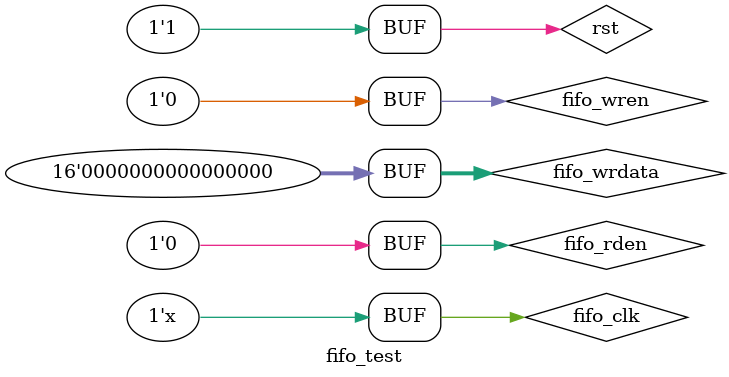
<source format=v>
`timescale 1ns / 1ps

module fifo_test;

	// Inputs
	reg fifo_clk;
	reg rst;
	reg fifo_wren;
	reg [15:0] fifo_wrdata;
	reg fifo_rden;

	// Outputs
	wire [15:0] fifo_rddata;
	wire fifo_full;
	wire fifo_empty;

	// Instantiate the Unit Under Test (UUT)
	fifo uut (
		.fifo_clk(fifo_clk), 
		.rst(rst), 
		.fifo_wren(fifo_wren), 
		.fifo_wrdata(fifo_wrdata), 
		.fifo_rden(fifo_rden), 
		.fifo_rddata(fifo_rddata), 
		.fifo_full(fifo_full), 
		.fifo_empty(fifo_empty) 
	);

	initial begin
		// Initialize Inputs
		fifo_clk = 0;
		rst = 0;
		#1;
		rst = 1;
		fifo_wren = 0;
		fifo_wrdata = 0;
		fifo_rden = 0;
		
		#10;
		fifo_wren = 1;
		fifo_wrdata = 24;
		#10;
		#1;
		fifo_wren = 0;
		fifo_wrdata = 0;
		#10;
		#1;
		fifo_wren = 1;
		fifo_wrdata = 4;
		#10;
		#1;
		fifo_wren = 0;
		fifo_wrdata = 0;
		#10
		fifo_rden = 1; 
		#9
		fifo_rden = 0; 
		#10
		fifo_rden = 1; 
		#9
		fifo_rden = 0; 
			#9
		fifo_rden = 1; 
			#9
		fifo_rden = 0; 
		
	end
	
 always begin
   #5  fifo_clk = ~fifo_clk; // Toggle clock every 5 ticks
 end
      
endmodule


</source>
